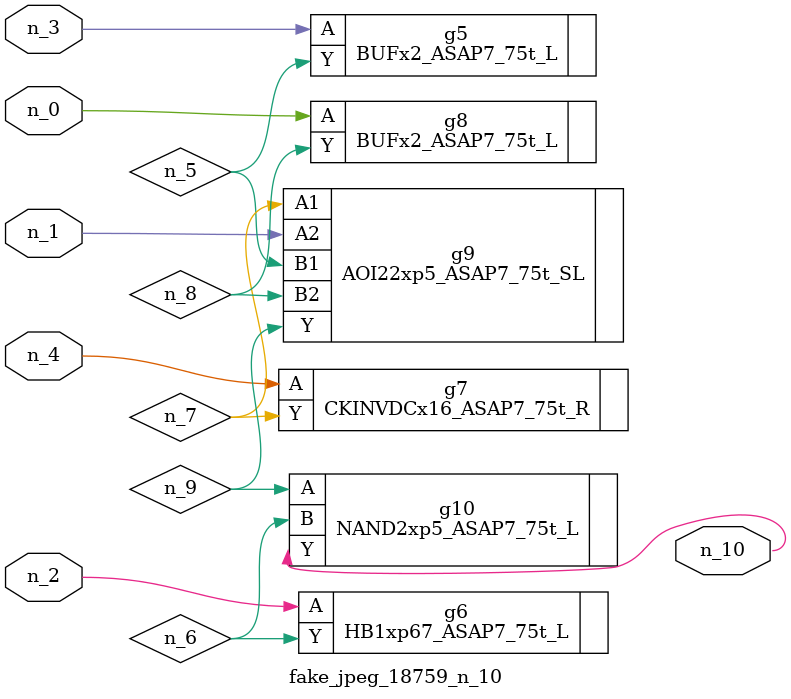
<source format=v>
module fake_jpeg_18759_n_10 (n_3, n_2, n_1, n_0, n_4, n_10);

input n_3;
input n_2;
input n_1;
input n_0;
input n_4;

output n_10;

wire n_8;
wire n_9;
wire n_6;
wire n_5;
wire n_7;

BUFx2_ASAP7_75t_L g5 ( 
.A(n_3),
.Y(n_5)
);

HB1xp67_ASAP7_75t_L g6 ( 
.A(n_2),
.Y(n_6)
);

CKINVDCx16_ASAP7_75t_R g7 ( 
.A(n_4),
.Y(n_7)
);

BUFx2_ASAP7_75t_L g8 ( 
.A(n_0),
.Y(n_8)
);

AOI22xp5_ASAP7_75t_SL g9 ( 
.A1(n_7),
.A2(n_1),
.B1(n_5),
.B2(n_8),
.Y(n_9)
);

NAND2xp5_ASAP7_75t_L g10 ( 
.A(n_9),
.B(n_6),
.Y(n_10)
);


endmodule
</source>
